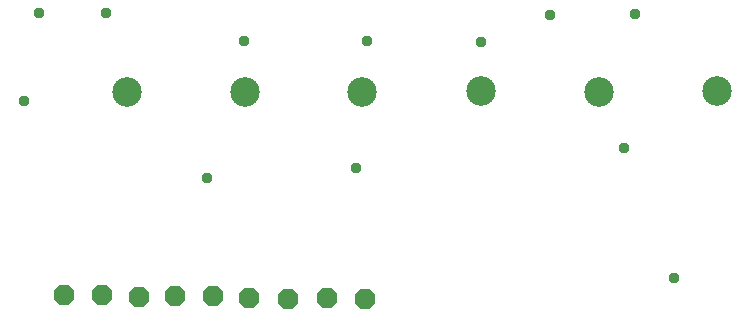
<source format=gbr>
G04 EAGLE Gerber RS-274X export*
G75*
%MOMM*%
%FSLAX34Y34*%
%LPD*%
%INSoldermask Bottom*%
%IPPOS*%
%AMOC8*
5,1,8,0,0,1.08239X$1,22.5*%
G01*
%ADD10C,2.503200*%
%ADD11P,1.869504X8X22.500000*%
%ADD12C,0.959600*%


D10*
X85700Y210700D03*
X185300Y210700D03*
X284900Y210700D03*
X385600Y211200D03*
X485500Y210700D03*
X585600Y211800D03*
D11*
X32600Y38500D03*
X158200Y37600D03*
X126700Y37800D03*
X95700Y37500D03*
X64900Y38700D03*
X286900Y35100D03*
X189400Y35900D03*
X221700Y35300D03*
X255100Y35900D03*
D12*
X153600Y138100D03*
X-1800Y203200D03*
X11000Y277300D03*
X67800Y277400D03*
X184900Y254100D03*
X288800Y254100D03*
X385400Y253200D03*
X444300Y276200D03*
X516000Y277100D03*
X506800Y162900D03*
X279600Y146400D03*
X549100Y53400D03*
M02*

</source>
